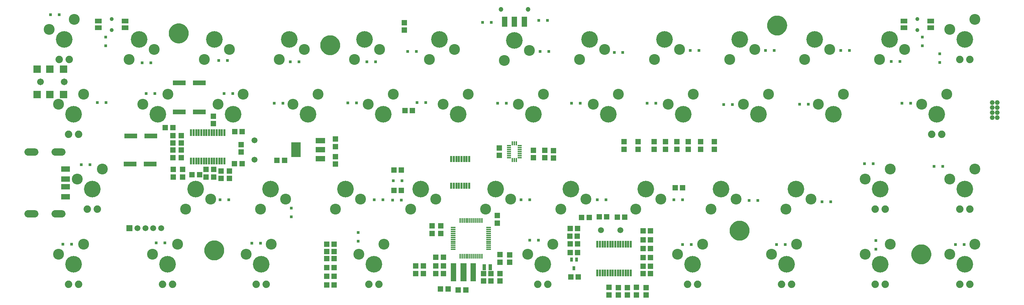
<source format=gbs>
G75*
%MOIN*%
%OFA0B0*%
%FSLAX25Y25*%
%IPPOS*%
%LPD*%
%AMOC8*
5,1,8,0,0,1.08239X$1,22.5*
%
%ADD10R,0.02769X0.02769*%
%ADD11C,0.10800*%
%ADD12C,0.16550*%
%ADD13C,0.07400*%
%ADD14R,0.05800X0.05300*%
%ADD15R,0.05300X0.05800*%
%ADD16R,0.01587X0.04737*%
%ADD17R,0.04737X0.01587*%
%ADD18R,0.03556X0.06312*%
%ADD19R,0.05524X0.18123*%
%ADD20R,0.06312X0.18123*%
%ADD21R,0.02375X0.06706*%
%ADD22C,0.05950*%
%ADD23R,0.09600X0.05600*%
%ADD24R,0.09461X0.14973*%
%ADD25R,0.05950X0.05950*%
%ADD26R,0.12611X0.04737*%
%ADD27C,0.06706*%
%ADD28R,0.07493X0.07493*%
%ADD29C,0.07400*%
%ADD30R,0.08674X0.05524*%
%ADD31R,0.04245X0.01784*%
%ADD32R,0.01784X0.04245*%
%ADD33R,0.06902X0.04737*%
%ADD34C,0.03950*%
%ADD35C,0.04737*%
%ADD36R,0.05524X0.10446*%
%ADD37C,0.04769*%
%ADD38C,0.09068*%
%ADD39C,0.04000*%
%ADD40C,0.07874*%
%ADD41R,0.02375X0.06312*%
%ADD42R,0.02769X0.03950*%
D10*
X0047008Y0066842D03*
X0055669Y0066842D03*
X0140069Y0068092D03*
X0148730Y0068092D03*
X0235413Y0067748D03*
X0244075Y0067748D03*
X0274789Y0094141D03*
X0274789Y0102803D03*
X0212175Y0111006D03*
X0203514Y0111006D03*
X0073999Y0145950D03*
X0065337Y0145950D03*
X0081470Y0208260D03*
X0090131Y0208260D03*
X0130020Y0216960D03*
X0138681Y0216960D03*
X0207520Y0216960D03*
X0216181Y0216960D03*
X0257569Y0207423D03*
X0266230Y0207423D03*
X0330856Y0207718D03*
X0339518Y0207718D03*
X0399964Y0208211D03*
X0408626Y0208211D03*
X0480364Y0207561D03*
X0489026Y0207561D03*
X0554114Y0207561D03*
X0562776Y0207561D03*
X0629311Y0207384D03*
X0637972Y0207384D03*
X0705561Y0206134D03*
X0714222Y0206134D03*
X0781181Y0206567D03*
X0789843Y0206567D03*
X0883396Y0207462D03*
X0892057Y0207462D03*
X0881486Y0249264D03*
X0872825Y0249264D03*
X0903600Y0264636D03*
X0920998Y0256798D03*
X0920998Y0248136D03*
X0903600Y0273297D03*
X0830925Y0260120D03*
X0822264Y0260120D03*
X0755925Y0260120D03*
X0747264Y0260120D03*
X0680925Y0260120D03*
X0672264Y0260120D03*
X0605157Y0257974D03*
X0596496Y0257974D03*
X0531407Y0259224D03*
X0522746Y0259224D03*
X0474131Y0288167D03*
X0465469Y0288167D03*
X0521219Y0290267D03*
X0529881Y0290267D03*
X0399354Y0259159D03*
X0390693Y0259159D03*
X0358504Y0248909D03*
X0349843Y0248909D03*
X0282254Y0248909D03*
X0273593Y0248909D03*
X0211004Y0250159D03*
X0202343Y0250159D03*
X0134754Y0247659D03*
X0126093Y0247659D03*
X0089600Y0264836D03*
X0089600Y0273497D03*
X0043444Y0295751D03*
X0034782Y0295751D03*
X0376269Y0129967D03*
X0384931Y0129967D03*
X0384486Y0110678D03*
X0375825Y0110678D03*
X0365925Y0111006D03*
X0357264Y0111006D03*
X0341449Y0078331D03*
X0341449Y0069670D03*
X0503514Y0111006D03*
X0512175Y0111006D03*
X0579764Y0111006D03*
X0588425Y0111006D03*
X0656014Y0111006D03*
X0664675Y0111006D03*
X0731102Y0110454D03*
X0739764Y0110454D03*
X0803602Y0109204D03*
X0812264Y0109204D03*
X0915336Y0144479D03*
X0923998Y0144479D03*
X0854664Y0147004D03*
X0846002Y0147004D03*
X0857372Y0070514D03*
X0857372Y0061852D03*
X0936742Y0066488D03*
X0945404Y0066488D03*
X0767116Y0066517D03*
X0758455Y0066517D03*
X0673465Y0066517D03*
X0664803Y0066517D03*
X0521075Y0070698D03*
X0512413Y0070698D03*
D11*
X0535177Y0066842D03*
X0510177Y0056842D03*
X0543228Y0101645D03*
X0568228Y0111645D03*
X0618031Y0101645D03*
X0643031Y0111645D03*
X0692835Y0101645D03*
X0717835Y0111645D03*
X0767638Y0101645D03*
X0792638Y0111645D03*
X0846791Y0131645D03*
X0871791Y0141645D03*
X0930945Y0131645D03*
X0955945Y0141645D03*
X0902894Y0206449D03*
X0927894Y0216449D03*
X0861142Y0251252D03*
X0886142Y0261252D03*
X0930945Y0281252D03*
X0955945Y0291252D03*
X0811339Y0261252D03*
X0786339Y0251252D03*
X0736535Y0261252D03*
X0711535Y0251252D03*
X0661732Y0261252D03*
X0636732Y0251252D03*
X0586929Y0261252D03*
X0561929Y0251252D03*
X0512126Y0260267D03*
X0487126Y0250267D03*
X0437323Y0261252D03*
X0412323Y0251252D03*
X0362520Y0261252D03*
X0337520Y0251252D03*
X0287717Y0261252D03*
X0262717Y0251252D03*
X0212913Y0261252D03*
X0187913Y0251252D03*
X0138110Y0261252D03*
X0113110Y0251252D03*
X0033307Y0281252D03*
X0058307Y0291252D03*
X0067657Y0216449D03*
X0042657Y0206449D03*
X0126811Y0206449D03*
X0151811Y0216449D03*
X0201614Y0206449D03*
X0226614Y0216449D03*
X0276417Y0206449D03*
X0301417Y0216449D03*
X0351220Y0206449D03*
X0376220Y0216449D03*
X0426024Y0206449D03*
X0451024Y0216449D03*
X0500827Y0206449D03*
X0525827Y0216449D03*
X0575630Y0206449D03*
X0600630Y0216449D03*
X0650433Y0206449D03*
X0675433Y0216449D03*
X0725236Y0206449D03*
X0750236Y0216449D03*
X0800039Y0206449D03*
X0825039Y0216449D03*
X0493425Y0111645D03*
X0468425Y0101645D03*
X0418622Y0111645D03*
X0393622Y0101645D03*
X0343819Y0111645D03*
X0318819Y0101645D03*
X0269016Y0111645D03*
X0244016Y0101645D03*
X0194213Y0111645D03*
X0169213Y0101645D03*
X0161161Y0066842D03*
X0136161Y0056842D03*
X0067657Y0066842D03*
X0042657Y0056842D03*
X0229665Y0056842D03*
X0254665Y0066842D03*
X0341870Y0056842D03*
X0366870Y0066842D03*
X0086358Y0141645D03*
X0061358Y0131645D03*
X0659783Y0056842D03*
X0684783Y0066842D03*
X0753287Y0056842D03*
X0778287Y0066842D03*
X0846791Y0056842D03*
X0871791Y0066842D03*
X0930945Y0056842D03*
X0955945Y0066842D03*
D12*
X0945945Y0046842D03*
X0861791Y0046842D03*
X0768287Y0046842D03*
X0674783Y0046842D03*
X0525177Y0046842D03*
X0356870Y0046842D03*
X0244665Y0046842D03*
X0151161Y0046842D03*
X0057657Y0046842D03*
X0076358Y0121645D03*
X0179213Y0121645D03*
X0254016Y0121645D03*
X0328819Y0121645D03*
X0403622Y0121645D03*
X0478425Y0121645D03*
X0553228Y0121645D03*
X0628031Y0121645D03*
X0702835Y0121645D03*
X0777638Y0121645D03*
X0861791Y0121645D03*
X0945945Y0121645D03*
X0917894Y0196449D03*
X0815039Y0196449D03*
X0740236Y0196449D03*
X0665433Y0196449D03*
X0590630Y0196449D03*
X0515827Y0196449D03*
X0441024Y0196449D03*
X0366220Y0196449D03*
X0291417Y0196449D03*
X0216614Y0196449D03*
X0141811Y0196449D03*
X0057657Y0196449D03*
X0048307Y0271252D03*
X0123110Y0271252D03*
X0197913Y0271252D03*
X0272717Y0271252D03*
X0347520Y0271252D03*
X0422323Y0271252D03*
X0497126Y0270267D03*
X0571929Y0271252D03*
X0646732Y0271252D03*
X0721535Y0271252D03*
X0796339Y0271252D03*
X0871142Y0271252D03*
X0945945Y0271252D03*
D13*
X0052657Y0026842D03*
X0062657Y0026842D03*
X0146161Y0026842D03*
X0156161Y0026842D03*
X0239665Y0026842D03*
X0249665Y0026842D03*
X0351870Y0026842D03*
X0361870Y0026842D03*
X0520177Y0026842D03*
X0530177Y0026842D03*
X0669783Y0026842D03*
X0679783Y0026842D03*
X0763287Y0026842D03*
X0773287Y0026842D03*
X0856791Y0026842D03*
X0866791Y0026842D03*
X0940945Y0026842D03*
X0950945Y0026842D03*
X0950945Y0101645D03*
X0940945Y0101645D03*
X0866791Y0101645D03*
X0856791Y0101645D03*
X0912894Y0176449D03*
X0922894Y0176449D03*
X0940945Y0251252D03*
X0950945Y0251252D03*
X0081358Y0101645D03*
X0071358Y0101645D03*
X0062657Y0176449D03*
X0052657Y0176449D03*
X0053307Y0251252D03*
X0043307Y0251252D03*
D14*
X0196850Y0194567D03*
X0196850Y0187067D03*
X0165050Y0175267D03*
X0156650Y0175267D03*
X0156650Y0167767D03*
X0165050Y0167767D03*
X0165050Y0160717D03*
X0156650Y0160717D03*
X0156650Y0153217D03*
X0165050Y0153217D03*
X0166200Y0141417D03*
X0157100Y0141417D03*
X0157100Y0133917D03*
X0166200Y0133917D03*
X0189800Y0133917D03*
X0197300Y0133917D03*
X0204800Y0132317D03*
X0212850Y0132317D03*
X0212850Y0139817D03*
X0204800Y0139817D03*
X0197300Y0141417D03*
X0189800Y0141417D03*
X0224600Y0158617D03*
X0224600Y0166117D03*
X0318600Y0164217D03*
X0318600Y0171717D03*
X0318600Y0154117D03*
X0318600Y0146617D03*
X0482100Y0155317D03*
X0482100Y0162817D03*
X0515950Y0160517D03*
X0527350Y0160517D03*
X0535950Y0160167D03*
X0527350Y0153017D03*
X0535950Y0152667D03*
X0515950Y0153017D03*
X0606450Y0161567D03*
X0606450Y0169067D03*
X0620200Y0169067D03*
X0636450Y0169067D03*
X0636450Y0161567D03*
X0620200Y0161567D03*
X0647700Y0161567D03*
X0658950Y0161567D03*
X0670200Y0161567D03*
X0682700Y0161567D03*
X0696450Y0161567D03*
X0696450Y0169067D03*
X0682700Y0169067D03*
X0670200Y0169067D03*
X0658950Y0169067D03*
X0647700Y0169067D03*
X0479850Y0095367D03*
X0479850Y0087867D03*
X0423750Y0085067D03*
X0415000Y0085067D03*
X0415000Y0077567D03*
X0423750Y0077567D03*
X0482500Y0056317D03*
X0492300Y0056267D03*
X0492300Y0048767D03*
X0482500Y0048817D03*
X0482500Y0037567D03*
X0473750Y0037567D03*
X0466250Y0037567D03*
X0466250Y0030067D03*
X0473750Y0030067D03*
X0482500Y0030067D03*
X0591200Y0023717D03*
X0600800Y0023517D03*
X0609600Y0023517D03*
X0618800Y0023717D03*
X0628200Y0023517D03*
X0628200Y0016017D03*
X0618800Y0016217D03*
X0609600Y0016017D03*
X0600800Y0016017D03*
X0591200Y0016217D03*
X0387300Y0280417D03*
X0387300Y0287917D03*
D15*
X0387950Y0200167D03*
X0395450Y0200167D03*
X0267950Y0150567D03*
X0260450Y0150567D03*
X0225550Y0146967D03*
X0218050Y0146967D03*
X0183250Y0136067D03*
X0175750Y0136067D03*
X0218200Y0179017D03*
X0225700Y0179017D03*
X0156500Y0183067D03*
X0149000Y0183067D03*
X0376850Y0140767D03*
X0384350Y0140767D03*
X0384350Y0120367D03*
X0376850Y0120367D03*
X0317350Y0066767D03*
X0309850Y0066767D03*
X0309850Y0059567D03*
X0317350Y0059567D03*
X0317350Y0052367D03*
X0309850Y0052367D03*
X0309850Y0043567D03*
X0317350Y0043567D03*
X0317350Y0034767D03*
X0309850Y0034767D03*
X0309850Y0025967D03*
X0317350Y0025967D03*
X0398750Y0037567D03*
X0406250Y0037567D03*
X0406250Y0045067D03*
X0398750Y0045067D03*
X0418750Y0045067D03*
X0426250Y0045067D03*
X0426250Y0037567D03*
X0418750Y0037567D03*
X0418750Y0053817D03*
X0426250Y0053817D03*
X0423450Y0021967D03*
X0430950Y0021967D03*
X0441050Y0021167D03*
X0448550Y0021167D03*
X0553250Y0033967D03*
X0560750Y0033967D03*
X0625250Y0037567D03*
X0632750Y0037567D03*
X0632750Y0044767D03*
X0625250Y0044767D03*
X0625250Y0053567D03*
X0632750Y0053567D03*
X0632750Y0062367D03*
X0625250Y0062367D03*
X0625250Y0071167D03*
X0632750Y0071167D03*
X0632750Y0079967D03*
X0625250Y0079967D03*
X0607150Y0093767D03*
X0599650Y0093767D03*
X0589150Y0094167D03*
X0581650Y0094167D03*
X0571550Y0093567D03*
X0564050Y0093567D03*
X0560150Y0082517D03*
X0552650Y0082517D03*
X0552300Y0074917D03*
X0559800Y0074917D03*
X0560150Y0066967D03*
X0552650Y0066967D03*
X0552650Y0058567D03*
X0560150Y0058567D03*
X0657200Y0122967D03*
X0664700Y0122967D03*
D16*
X0464577Y0090283D03*
X0462608Y0090283D03*
X0460640Y0090283D03*
X0458671Y0090283D03*
X0456703Y0090283D03*
X0454734Y0090283D03*
X0452766Y0090283D03*
X0450797Y0090283D03*
X0448829Y0090283D03*
X0446860Y0090283D03*
X0444892Y0090283D03*
X0442923Y0090283D03*
X0442923Y0054850D03*
X0444892Y0054850D03*
X0446860Y0054850D03*
X0448829Y0054850D03*
X0450797Y0054850D03*
X0452766Y0054850D03*
X0454734Y0054850D03*
X0456703Y0054850D03*
X0458671Y0054850D03*
X0460640Y0054850D03*
X0462608Y0054850D03*
X0464577Y0054850D03*
D17*
X0471467Y0061740D03*
X0471467Y0063708D03*
X0471467Y0065677D03*
X0471467Y0067645D03*
X0471467Y0069614D03*
X0471467Y0071582D03*
X0471467Y0073551D03*
X0471467Y0075519D03*
X0471467Y0077488D03*
X0471467Y0079456D03*
X0471467Y0081425D03*
X0471467Y0083393D03*
X0436033Y0083393D03*
X0436033Y0081425D03*
X0436033Y0079456D03*
X0436033Y0077488D03*
X0436033Y0075519D03*
X0436033Y0073551D03*
X0436033Y0071582D03*
X0436033Y0069614D03*
X0436033Y0067645D03*
X0436033Y0065677D03*
X0436033Y0063708D03*
X0436033Y0061740D03*
D18*
X0467047Y0043817D03*
X0472953Y0043817D03*
D19*
X0456093Y0038817D03*
X0436407Y0038817D03*
D20*
X0446250Y0038817D03*
D21*
X0579766Y0038095D03*
X0582325Y0038095D03*
X0584884Y0038095D03*
X0587443Y0038095D03*
X0590002Y0038095D03*
X0592561Y0038095D03*
X0595120Y0038095D03*
X0597680Y0038095D03*
X0600239Y0038095D03*
X0602798Y0038095D03*
X0605357Y0038095D03*
X0607916Y0038095D03*
X0610475Y0038095D03*
X0613034Y0038095D03*
X0613034Y0066638D03*
X0610475Y0066638D03*
X0607916Y0066638D03*
X0605357Y0066638D03*
X0602798Y0066638D03*
X0600239Y0066638D03*
X0597680Y0066638D03*
X0595120Y0066638D03*
X0592561Y0066638D03*
X0590002Y0066638D03*
X0587443Y0066638D03*
X0584884Y0066638D03*
X0582325Y0066638D03*
X0579766Y0066638D03*
X0208034Y0149695D03*
X0205475Y0149695D03*
X0202916Y0149695D03*
X0200357Y0149695D03*
X0197798Y0149695D03*
X0195239Y0149695D03*
X0192680Y0149695D03*
X0190120Y0149695D03*
X0187561Y0149695D03*
X0185002Y0149695D03*
X0182443Y0149695D03*
X0179884Y0149695D03*
X0177325Y0149695D03*
X0174766Y0149695D03*
X0174766Y0178238D03*
X0177325Y0178238D03*
X0179884Y0178238D03*
X0182443Y0178238D03*
X0185002Y0178238D03*
X0187561Y0178238D03*
X0190120Y0178238D03*
X0192680Y0178238D03*
X0195239Y0178238D03*
X0197798Y0178238D03*
X0200357Y0178238D03*
X0202916Y0178238D03*
X0205475Y0178238D03*
X0208034Y0178238D03*
D22*
X0237850Y0170373D03*
X0237850Y0151160D03*
X0144948Y0082767D03*
X0137074Y0082767D03*
X0129200Y0082767D03*
X0121326Y0082767D03*
X0583394Y0080767D03*
X0602606Y0080767D03*
D23*
X0303600Y0152067D03*
X0303600Y0161167D03*
X0303600Y0170267D03*
D24*
X0279199Y0161167D03*
D25*
X0113452Y0082767D03*
D26*
X0113900Y0146617D03*
X0133900Y0146617D03*
X0134800Y0174817D03*
X0114800Y0174817D03*
X0162950Y0198767D03*
X0182950Y0198767D03*
X0183000Y0227767D03*
X0163000Y0227767D03*
D27*
X0048172Y0228717D03*
X0024550Y0228717D03*
D28*
X0021400Y0241315D03*
X0033999Y0241315D03*
X0047778Y0241315D03*
X0047778Y0216118D03*
X0033999Y0216118D03*
X0021400Y0216118D03*
D29*
X0018930Y0158879D02*
X0012330Y0158879D01*
X0039456Y0158879D02*
X0046056Y0158879D01*
X0046056Y0097068D02*
X0039456Y0097068D01*
X0018930Y0097068D02*
X0012330Y0097068D01*
D30*
X0049764Y0114194D03*
X0049764Y0124037D03*
X0049764Y0131911D03*
X0049764Y0141753D03*
D31*
X0491762Y0153141D03*
X0491762Y0155110D03*
X0491762Y0157078D03*
X0491762Y0159047D03*
X0491762Y0161015D03*
X0491762Y0162984D03*
X0491762Y0164952D03*
X0502490Y0164952D03*
X0502490Y0162984D03*
X0502490Y0161015D03*
X0502490Y0159047D03*
X0502490Y0157078D03*
X0502490Y0155110D03*
X0502490Y0153141D03*
D32*
X0499094Y0150730D03*
X0497126Y0150730D03*
X0495157Y0150730D03*
X0495157Y0167364D03*
X0497126Y0167364D03*
X0499094Y0167364D03*
D33*
X0885315Y0282669D03*
X0885315Y0289362D03*
X0912087Y0289362D03*
X0912087Y0282669D03*
X0108937Y0282669D03*
X0108937Y0289362D03*
X0082165Y0289362D03*
X0082165Y0282669D03*
D34*
X0095551Y0280602D03*
X0095551Y0291429D03*
X0898701Y0291429D03*
X0898701Y0280602D03*
D35*
X0510512Y0301017D03*
X0483740Y0301017D03*
D36*
X0487283Y0288910D03*
X0497126Y0288910D03*
X0506969Y0288910D03*
D37*
X0973300Y0208167D03*
X0978300Y0208167D03*
X0978300Y0203167D03*
X0973300Y0203167D03*
X0973300Y0198167D03*
X0978300Y0198167D03*
X0978300Y0193167D03*
X0973300Y0193167D03*
D38*
X0758937Y0285031D03*
X0313455Y0265346D03*
X0162480Y0277157D03*
X0721535Y0080307D03*
X0902638Y0056685D03*
X0197913Y0060622D03*
D39*
X0204813Y0060522D03*
X0202913Y0055622D03*
X0197713Y0053622D03*
X0192913Y0055722D03*
X0190913Y0060622D03*
X0193013Y0065422D03*
X0198113Y0067522D03*
X0202913Y0065622D03*
X0714535Y0080307D03*
X0716535Y0075407D03*
X0721335Y0073307D03*
X0726535Y0075307D03*
X0728435Y0080207D03*
X0726535Y0085307D03*
X0721735Y0087207D03*
X0716635Y0085107D03*
X0895638Y0056685D03*
X0897638Y0051785D03*
X0902438Y0049685D03*
X0907638Y0051685D03*
X0909538Y0056585D03*
X0907638Y0061685D03*
X0902838Y0063585D03*
X0897738Y0061485D03*
X0318455Y0260346D03*
X0313255Y0258346D03*
X0308455Y0260446D03*
X0306455Y0265346D03*
X0308555Y0270146D03*
X0313655Y0272246D03*
X0318455Y0270346D03*
X0320355Y0265246D03*
X0169380Y0277057D03*
X0167480Y0272157D03*
X0162280Y0270157D03*
X0157480Y0272257D03*
X0155480Y0277157D03*
X0157580Y0281957D03*
X0162680Y0284057D03*
X0167480Y0282157D03*
X0751937Y0285031D03*
X0753937Y0280131D03*
X0758737Y0278031D03*
X0763937Y0280031D03*
X0765837Y0284931D03*
X0763937Y0290031D03*
X0759137Y0291931D03*
X0754037Y0289831D03*
D40*
X0753031Y0285031D02*
X0753033Y0285184D01*
X0753039Y0285338D01*
X0753049Y0285491D01*
X0753063Y0285643D01*
X0753081Y0285796D01*
X0753103Y0285947D01*
X0753128Y0286098D01*
X0753158Y0286249D01*
X0753192Y0286399D01*
X0753229Y0286547D01*
X0753270Y0286695D01*
X0753315Y0286841D01*
X0753364Y0286987D01*
X0753417Y0287131D01*
X0753473Y0287273D01*
X0753533Y0287414D01*
X0753597Y0287554D01*
X0753664Y0287692D01*
X0753735Y0287828D01*
X0753810Y0287962D01*
X0753887Y0288094D01*
X0753969Y0288224D01*
X0754053Y0288352D01*
X0754141Y0288478D01*
X0754232Y0288601D01*
X0754326Y0288722D01*
X0754424Y0288840D01*
X0754524Y0288956D01*
X0754628Y0289069D01*
X0754734Y0289180D01*
X0754843Y0289288D01*
X0754955Y0289393D01*
X0755069Y0289494D01*
X0755187Y0289593D01*
X0755306Y0289689D01*
X0755428Y0289782D01*
X0755553Y0289871D01*
X0755680Y0289958D01*
X0755809Y0290040D01*
X0755940Y0290120D01*
X0756073Y0290196D01*
X0756208Y0290269D01*
X0756345Y0290338D01*
X0756484Y0290403D01*
X0756624Y0290465D01*
X0756766Y0290523D01*
X0756909Y0290578D01*
X0757054Y0290629D01*
X0757200Y0290676D01*
X0757347Y0290719D01*
X0757495Y0290758D01*
X0757644Y0290794D01*
X0757794Y0290825D01*
X0757945Y0290853D01*
X0758096Y0290877D01*
X0758249Y0290897D01*
X0758401Y0290913D01*
X0758554Y0290925D01*
X0758707Y0290933D01*
X0758860Y0290937D01*
X0759014Y0290937D01*
X0759167Y0290933D01*
X0759320Y0290925D01*
X0759473Y0290913D01*
X0759625Y0290897D01*
X0759778Y0290877D01*
X0759929Y0290853D01*
X0760080Y0290825D01*
X0760230Y0290794D01*
X0760379Y0290758D01*
X0760527Y0290719D01*
X0760674Y0290676D01*
X0760820Y0290629D01*
X0760965Y0290578D01*
X0761108Y0290523D01*
X0761250Y0290465D01*
X0761390Y0290403D01*
X0761529Y0290338D01*
X0761666Y0290269D01*
X0761801Y0290196D01*
X0761934Y0290120D01*
X0762065Y0290040D01*
X0762194Y0289958D01*
X0762321Y0289871D01*
X0762446Y0289782D01*
X0762568Y0289689D01*
X0762687Y0289593D01*
X0762805Y0289494D01*
X0762919Y0289393D01*
X0763031Y0289288D01*
X0763140Y0289180D01*
X0763246Y0289069D01*
X0763350Y0288956D01*
X0763450Y0288840D01*
X0763548Y0288722D01*
X0763642Y0288601D01*
X0763733Y0288478D01*
X0763821Y0288352D01*
X0763905Y0288224D01*
X0763987Y0288094D01*
X0764064Y0287962D01*
X0764139Y0287828D01*
X0764210Y0287692D01*
X0764277Y0287554D01*
X0764341Y0287414D01*
X0764401Y0287273D01*
X0764457Y0287131D01*
X0764510Y0286987D01*
X0764559Y0286841D01*
X0764604Y0286695D01*
X0764645Y0286547D01*
X0764682Y0286399D01*
X0764716Y0286249D01*
X0764746Y0286098D01*
X0764771Y0285947D01*
X0764793Y0285796D01*
X0764811Y0285643D01*
X0764825Y0285491D01*
X0764835Y0285338D01*
X0764841Y0285184D01*
X0764843Y0285031D01*
X0764841Y0284878D01*
X0764835Y0284724D01*
X0764825Y0284571D01*
X0764811Y0284419D01*
X0764793Y0284266D01*
X0764771Y0284115D01*
X0764746Y0283964D01*
X0764716Y0283813D01*
X0764682Y0283663D01*
X0764645Y0283515D01*
X0764604Y0283367D01*
X0764559Y0283221D01*
X0764510Y0283075D01*
X0764457Y0282931D01*
X0764401Y0282789D01*
X0764341Y0282648D01*
X0764277Y0282508D01*
X0764210Y0282370D01*
X0764139Y0282234D01*
X0764064Y0282100D01*
X0763987Y0281968D01*
X0763905Y0281838D01*
X0763821Y0281710D01*
X0763733Y0281584D01*
X0763642Y0281461D01*
X0763548Y0281340D01*
X0763450Y0281222D01*
X0763350Y0281106D01*
X0763246Y0280993D01*
X0763140Y0280882D01*
X0763031Y0280774D01*
X0762919Y0280669D01*
X0762805Y0280568D01*
X0762687Y0280469D01*
X0762568Y0280373D01*
X0762446Y0280280D01*
X0762321Y0280191D01*
X0762194Y0280104D01*
X0762065Y0280022D01*
X0761934Y0279942D01*
X0761801Y0279866D01*
X0761666Y0279793D01*
X0761529Y0279724D01*
X0761390Y0279659D01*
X0761250Y0279597D01*
X0761108Y0279539D01*
X0760965Y0279484D01*
X0760820Y0279433D01*
X0760674Y0279386D01*
X0760527Y0279343D01*
X0760379Y0279304D01*
X0760230Y0279268D01*
X0760080Y0279237D01*
X0759929Y0279209D01*
X0759778Y0279185D01*
X0759625Y0279165D01*
X0759473Y0279149D01*
X0759320Y0279137D01*
X0759167Y0279129D01*
X0759014Y0279125D01*
X0758860Y0279125D01*
X0758707Y0279129D01*
X0758554Y0279137D01*
X0758401Y0279149D01*
X0758249Y0279165D01*
X0758096Y0279185D01*
X0757945Y0279209D01*
X0757794Y0279237D01*
X0757644Y0279268D01*
X0757495Y0279304D01*
X0757347Y0279343D01*
X0757200Y0279386D01*
X0757054Y0279433D01*
X0756909Y0279484D01*
X0756766Y0279539D01*
X0756624Y0279597D01*
X0756484Y0279659D01*
X0756345Y0279724D01*
X0756208Y0279793D01*
X0756073Y0279866D01*
X0755940Y0279942D01*
X0755809Y0280022D01*
X0755680Y0280104D01*
X0755553Y0280191D01*
X0755428Y0280280D01*
X0755306Y0280373D01*
X0755187Y0280469D01*
X0755069Y0280568D01*
X0754955Y0280669D01*
X0754843Y0280774D01*
X0754734Y0280882D01*
X0754628Y0280993D01*
X0754524Y0281106D01*
X0754424Y0281222D01*
X0754326Y0281340D01*
X0754232Y0281461D01*
X0754141Y0281584D01*
X0754053Y0281710D01*
X0753969Y0281838D01*
X0753887Y0281968D01*
X0753810Y0282100D01*
X0753735Y0282234D01*
X0753664Y0282370D01*
X0753597Y0282508D01*
X0753533Y0282648D01*
X0753473Y0282789D01*
X0753417Y0282931D01*
X0753364Y0283075D01*
X0753315Y0283221D01*
X0753270Y0283367D01*
X0753229Y0283515D01*
X0753192Y0283663D01*
X0753158Y0283813D01*
X0753128Y0283964D01*
X0753103Y0284115D01*
X0753081Y0284266D01*
X0753063Y0284419D01*
X0753049Y0284571D01*
X0753039Y0284724D01*
X0753033Y0284878D01*
X0753031Y0285031D01*
X0307549Y0265346D02*
X0307551Y0265499D01*
X0307557Y0265653D01*
X0307567Y0265806D01*
X0307581Y0265958D01*
X0307599Y0266111D01*
X0307621Y0266262D01*
X0307646Y0266413D01*
X0307676Y0266564D01*
X0307710Y0266714D01*
X0307747Y0266862D01*
X0307788Y0267010D01*
X0307833Y0267156D01*
X0307882Y0267302D01*
X0307935Y0267446D01*
X0307991Y0267588D01*
X0308051Y0267729D01*
X0308115Y0267869D01*
X0308182Y0268007D01*
X0308253Y0268143D01*
X0308328Y0268277D01*
X0308405Y0268409D01*
X0308487Y0268539D01*
X0308571Y0268667D01*
X0308659Y0268793D01*
X0308750Y0268916D01*
X0308844Y0269037D01*
X0308942Y0269155D01*
X0309042Y0269271D01*
X0309146Y0269384D01*
X0309252Y0269495D01*
X0309361Y0269603D01*
X0309473Y0269708D01*
X0309587Y0269809D01*
X0309705Y0269908D01*
X0309824Y0270004D01*
X0309946Y0270097D01*
X0310071Y0270186D01*
X0310198Y0270273D01*
X0310327Y0270355D01*
X0310458Y0270435D01*
X0310591Y0270511D01*
X0310726Y0270584D01*
X0310863Y0270653D01*
X0311002Y0270718D01*
X0311142Y0270780D01*
X0311284Y0270838D01*
X0311427Y0270893D01*
X0311572Y0270944D01*
X0311718Y0270991D01*
X0311865Y0271034D01*
X0312013Y0271073D01*
X0312162Y0271109D01*
X0312312Y0271140D01*
X0312463Y0271168D01*
X0312614Y0271192D01*
X0312767Y0271212D01*
X0312919Y0271228D01*
X0313072Y0271240D01*
X0313225Y0271248D01*
X0313378Y0271252D01*
X0313532Y0271252D01*
X0313685Y0271248D01*
X0313838Y0271240D01*
X0313991Y0271228D01*
X0314143Y0271212D01*
X0314296Y0271192D01*
X0314447Y0271168D01*
X0314598Y0271140D01*
X0314748Y0271109D01*
X0314897Y0271073D01*
X0315045Y0271034D01*
X0315192Y0270991D01*
X0315338Y0270944D01*
X0315483Y0270893D01*
X0315626Y0270838D01*
X0315768Y0270780D01*
X0315908Y0270718D01*
X0316047Y0270653D01*
X0316184Y0270584D01*
X0316319Y0270511D01*
X0316452Y0270435D01*
X0316583Y0270355D01*
X0316712Y0270273D01*
X0316839Y0270186D01*
X0316964Y0270097D01*
X0317086Y0270004D01*
X0317205Y0269908D01*
X0317323Y0269809D01*
X0317437Y0269708D01*
X0317549Y0269603D01*
X0317658Y0269495D01*
X0317764Y0269384D01*
X0317868Y0269271D01*
X0317968Y0269155D01*
X0318066Y0269037D01*
X0318160Y0268916D01*
X0318251Y0268793D01*
X0318339Y0268667D01*
X0318423Y0268539D01*
X0318505Y0268409D01*
X0318582Y0268277D01*
X0318657Y0268143D01*
X0318728Y0268007D01*
X0318795Y0267869D01*
X0318859Y0267729D01*
X0318919Y0267588D01*
X0318975Y0267446D01*
X0319028Y0267302D01*
X0319077Y0267156D01*
X0319122Y0267010D01*
X0319163Y0266862D01*
X0319200Y0266714D01*
X0319234Y0266564D01*
X0319264Y0266413D01*
X0319289Y0266262D01*
X0319311Y0266111D01*
X0319329Y0265958D01*
X0319343Y0265806D01*
X0319353Y0265653D01*
X0319359Y0265499D01*
X0319361Y0265346D01*
X0319359Y0265193D01*
X0319353Y0265039D01*
X0319343Y0264886D01*
X0319329Y0264734D01*
X0319311Y0264581D01*
X0319289Y0264430D01*
X0319264Y0264279D01*
X0319234Y0264128D01*
X0319200Y0263978D01*
X0319163Y0263830D01*
X0319122Y0263682D01*
X0319077Y0263536D01*
X0319028Y0263390D01*
X0318975Y0263246D01*
X0318919Y0263104D01*
X0318859Y0262963D01*
X0318795Y0262823D01*
X0318728Y0262685D01*
X0318657Y0262549D01*
X0318582Y0262415D01*
X0318505Y0262283D01*
X0318423Y0262153D01*
X0318339Y0262025D01*
X0318251Y0261899D01*
X0318160Y0261776D01*
X0318066Y0261655D01*
X0317968Y0261537D01*
X0317868Y0261421D01*
X0317764Y0261308D01*
X0317658Y0261197D01*
X0317549Y0261089D01*
X0317437Y0260984D01*
X0317323Y0260883D01*
X0317205Y0260784D01*
X0317086Y0260688D01*
X0316964Y0260595D01*
X0316839Y0260506D01*
X0316712Y0260419D01*
X0316583Y0260337D01*
X0316452Y0260257D01*
X0316319Y0260181D01*
X0316184Y0260108D01*
X0316047Y0260039D01*
X0315908Y0259974D01*
X0315768Y0259912D01*
X0315626Y0259854D01*
X0315483Y0259799D01*
X0315338Y0259748D01*
X0315192Y0259701D01*
X0315045Y0259658D01*
X0314897Y0259619D01*
X0314748Y0259583D01*
X0314598Y0259552D01*
X0314447Y0259524D01*
X0314296Y0259500D01*
X0314143Y0259480D01*
X0313991Y0259464D01*
X0313838Y0259452D01*
X0313685Y0259444D01*
X0313532Y0259440D01*
X0313378Y0259440D01*
X0313225Y0259444D01*
X0313072Y0259452D01*
X0312919Y0259464D01*
X0312767Y0259480D01*
X0312614Y0259500D01*
X0312463Y0259524D01*
X0312312Y0259552D01*
X0312162Y0259583D01*
X0312013Y0259619D01*
X0311865Y0259658D01*
X0311718Y0259701D01*
X0311572Y0259748D01*
X0311427Y0259799D01*
X0311284Y0259854D01*
X0311142Y0259912D01*
X0311002Y0259974D01*
X0310863Y0260039D01*
X0310726Y0260108D01*
X0310591Y0260181D01*
X0310458Y0260257D01*
X0310327Y0260337D01*
X0310198Y0260419D01*
X0310071Y0260506D01*
X0309946Y0260595D01*
X0309824Y0260688D01*
X0309705Y0260784D01*
X0309587Y0260883D01*
X0309473Y0260984D01*
X0309361Y0261089D01*
X0309252Y0261197D01*
X0309146Y0261308D01*
X0309042Y0261421D01*
X0308942Y0261537D01*
X0308844Y0261655D01*
X0308750Y0261776D01*
X0308659Y0261899D01*
X0308571Y0262025D01*
X0308487Y0262153D01*
X0308405Y0262283D01*
X0308328Y0262415D01*
X0308253Y0262549D01*
X0308182Y0262685D01*
X0308115Y0262823D01*
X0308051Y0262963D01*
X0307991Y0263104D01*
X0307935Y0263246D01*
X0307882Y0263390D01*
X0307833Y0263536D01*
X0307788Y0263682D01*
X0307747Y0263830D01*
X0307710Y0263978D01*
X0307676Y0264128D01*
X0307646Y0264279D01*
X0307621Y0264430D01*
X0307599Y0264581D01*
X0307581Y0264734D01*
X0307567Y0264886D01*
X0307557Y0265039D01*
X0307551Y0265193D01*
X0307549Y0265346D01*
X0156574Y0277157D02*
X0156576Y0277310D01*
X0156582Y0277464D01*
X0156592Y0277617D01*
X0156606Y0277769D01*
X0156624Y0277922D01*
X0156646Y0278073D01*
X0156671Y0278224D01*
X0156701Y0278375D01*
X0156735Y0278525D01*
X0156772Y0278673D01*
X0156813Y0278821D01*
X0156858Y0278967D01*
X0156907Y0279113D01*
X0156960Y0279257D01*
X0157016Y0279399D01*
X0157076Y0279540D01*
X0157140Y0279680D01*
X0157207Y0279818D01*
X0157278Y0279954D01*
X0157353Y0280088D01*
X0157430Y0280220D01*
X0157512Y0280350D01*
X0157596Y0280478D01*
X0157684Y0280604D01*
X0157775Y0280727D01*
X0157869Y0280848D01*
X0157967Y0280966D01*
X0158067Y0281082D01*
X0158171Y0281195D01*
X0158277Y0281306D01*
X0158386Y0281414D01*
X0158498Y0281519D01*
X0158612Y0281620D01*
X0158730Y0281719D01*
X0158849Y0281815D01*
X0158971Y0281908D01*
X0159096Y0281997D01*
X0159223Y0282084D01*
X0159352Y0282166D01*
X0159483Y0282246D01*
X0159616Y0282322D01*
X0159751Y0282395D01*
X0159888Y0282464D01*
X0160027Y0282529D01*
X0160167Y0282591D01*
X0160309Y0282649D01*
X0160452Y0282704D01*
X0160597Y0282755D01*
X0160743Y0282802D01*
X0160890Y0282845D01*
X0161038Y0282884D01*
X0161187Y0282920D01*
X0161337Y0282951D01*
X0161488Y0282979D01*
X0161639Y0283003D01*
X0161792Y0283023D01*
X0161944Y0283039D01*
X0162097Y0283051D01*
X0162250Y0283059D01*
X0162403Y0283063D01*
X0162557Y0283063D01*
X0162710Y0283059D01*
X0162863Y0283051D01*
X0163016Y0283039D01*
X0163168Y0283023D01*
X0163321Y0283003D01*
X0163472Y0282979D01*
X0163623Y0282951D01*
X0163773Y0282920D01*
X0163922Y0282884D01*
X0164070Y0282845D01*
X0164217Y0282802D01*
X0164363Y0282755D01*
X0164508Y0282704D01*
X0164651Y0282649D01*
X0164793Y0282591D01*
X0164933Y0282529D01*
X0165072Y0282464D01*
X0165209Y0282395D01*
X0165344Y0282322D01*
X0165477Y0282246D01*
X0165608Y0282166D01*
X0165737Y0282084D01*
X0165864Y0281997D01*
X0165989Y0281908D01*
X0166111Y0281815D01*
X0166230Y0281719D01*
X0166348Y0281620D01*
X0166462Y0281519D01*
X0166574Y0281414D01*
X0166683Y0281306D01*
X0166789Y0281195D01*
X0166893Y0281082D01*
X0166993Y0280966D01*
X0167091Y0280848D01*
X0167185Y0280727D01*
X0167276Y0280604D01*
X0167364Y0280478D01*
X0167448Y0280350D01*
X0167530Y0280220D01*
X0167607Y0280088D01*
X0167682Y0279954D01*
X0167753Y0279818D01*
X0167820Y0279680D01*
X0167884Y0279540D01*
X0167944Y0279399D01*
X0168000Y0279257D01*
X0168053Y0279113D01*
X0168102Y0278967D01*
X0168147Y0278821D01*
X0168188Y0278673D01*
X0168225Y0278525D01*
X0168259Y0278375D01*
X0168289Y0278224D01*
X0168314Y0278073D01*
X0168336Y0277922D01*
X0168354Y0277769D01*
X0168368Y0277617D01*
X0168378Y0277464D01*
X0168384Y0277310D01*
X0168386Y0277157D01*
X0168384Y0277004D01*
X0168378Y0276850D01*
X0168368Y0276697D01*
X0168354Y0276545D01*
X0168336Y0276392D01*
X0168314Y0276241D01*
X0168289Y0276090D01*
X0168259Y0275939D01*
X0168225Y0275789D01*
X0168188Y0275641D01*
X0168147Y0275493D01*
X0168102Y0275347D01*
X0168053Y0275201D01*
X0168000Y0275057D01*
X0167944Y0274915D01*
X0167884Y0274774D01*
X0167820Y0274634D01*
X0167753Y0274496D01*
X0167682Y0274360D01*
X0167607Y0274226D01*
X0167530Y0274094D01*
X0167448Y0273964D01*
X0167364Y0273836D01*
X0167276Y0273710D01*
X0167185Y0273587D01*
X0167091Y0273466D01*
X0166993Y0273348D01*
X0166893Y0273232D01*
X0166789Y0273119D01*
X0166683Y0273008D01*
X0166574Y0272900D01*
X0166462Y0272795D01*
X0166348Y0272694D01*
X0166230Y0272595D01*
X0166111Y0272499D01*
X0165989Y0272406D01*
X0165864Y0272317D01*
X0165737Y0272230D01*
X0165608Y0272148D01*
X0165477Y0272068D01*
X0165344Y0271992D01*
X0165209Y0271919D01*
X0165072Y0271850D01*
X0164933Y0271785D01*
X0164793Y0271723D01*
X0164651Y0271665D01*
X0164508Y0271610D01*
X0164363Y0271559D01*
X0164217Y0271512D01*
X0164070Y0271469D01*
X0163922Y0271430D01*
X0163773Y0271394D01*
X0163623Y0271363D01*
X0163472Y0271335D01*
X0163321Y0271311D01*
X0163168Y0271291D01*
X0163016Y0271275D01*
X0162863Y0271263D01*
X0162710Y0271255D01*
X0162557Y0271251D01*
X0162403Y0271251D01*
X0162250Y0271255D01*
X0162097Y0271263D01*
X0161944Y0271275D01*
X0161792Y0271291D01*
X0161639Y0271311D01*
X0161488Y0271335D01*
X0161337Y0271363D01*
X0161187Y0271394D01*
X0161038Y0271430D01*
X0160890Y0271469D01*
X0160743Y0271512D01*
X0160597Y0271559D01*
X0160452Y0271610D01*
X0160309Y0271665D01*
X0160167Y0271723D01*
X0160027Y0271785D01*
X0159888Y0271850D01*
X0159751Y0271919D01*
X0159616Y0271992D01*
X0159483Y0272068D01*
X0159352Y0272148D01*
X0159223Y0272230D01*
X0159096Y0272317D01*
X0158971Y0272406D01*
X0158849Y0272499D01*
X0158730Y0272595D01*
X0158612Y0272694D01*
X0158498Y0272795D01*
X0158386Y0272900D01*
X0158277Y0273008D01*
X0158171Y0273119D01*
X0158067Y0273232D01*
X0157967Y0273348D01*
X0157869Y0273466D01*
X0157775Y0273587D01*
X0157684Y0273710D01*
X0157596Y0273836D01*
X0157512Y0273964D01*
X0157430Y0274094D01*
X0157353Y0274226D01*
X0157278Y0274360D01*
X0157207Y0274496D01*
X0157140Y0274634D01*
X0157076Y0274774D01*
X0157016Y0274915D01*
X0156960Y0275057D01*
X0156907Y0275201D01*
X0156858Y0275347D01*
X0156813Y0275493D01*
X0156772Y0275641D01*
X0156735Y0275789D01*
X0156701Y0275939D01*
X0156671Y0276090D01*
X0156646Y0276241D01*
X0156624Y0276392D01*
X0156606Y0276545D01*
X0156592Y0276697D01*
X0156582Y0276850D01*
X0156576Y0277004D01*
X0156574Y0277157D01*
X0715629Y0080307D02*
X0715631Y0080460D01*
X0715637Y0080614D01*
X0715647Y0080767D01*
X0715661Y0080919D01*
X0715679Y0081072D01*
X0715701Y0081223D01*
X0715726Y0081374D01*
X0715756Y0081525D01*
X0715790Y0081675D01*
X0715827Y0081823D01*
X0715868Y0081971D01*
X0715913Y0082117D01*
X0715962Y0082263D01*
X0716015Y0082407D01*
X0716071Y0082549D01*
X0716131Y0082690D01*
X0716195Y0082830D01*
X0716262Y0082968D01*
X0716333Y0083104D01*
X0716408Y0083238D01*
X0716485Y0083370D01*
X0716567Y0083500D01*
X0716651Y0083628D01*
X0716739Y0083754D01*
X0716830Y0083877D01*
X0716924Y0083998D01*
X0717022Y0084116D01*
X0717122Y0084232D01*
X0717226Y0084345D01*
X0717332Y0084456D01*
X0717441Y0084564D01*
X0717553Y0084669D01*
X0717667Y0084770D01*
X0717785Y0084869D01*
X0717904Y0084965D01*
X0718026Y0085058D01*
X0718151Y0085147D01*
X0718278Y0085234D01*
X0718407Y0085316D01*
X0718538Y0085396D01*
X0718671Y0085472D01*
X0718806Y0085545D01*
X0718943Y0085614D01*
X0719082Y0085679D01*
X0719222Y0085741D01*
X0719364Y0085799D01*
X0719507Y0085854D01*
X0719652Y0085905D01*
X0719798Y0085952D01*
X0719945Y0085995D01*
X0720093Y0086034D01*
X0720242Y0086070D01*
X0720392Y0086101D01*
X0720543Y0086129D01*
X0720694Y0086153D01*
X0720847Y0086173D01*
X0720999Y0086189D01*
X0721152Y0086201D01*
X0721305Y0086209D01*
X0721458Y0086213D01*
X0721612Y0086213D01*
X0721765Y0086209D01*
X0721918Y0086201D01*
X0722071Y0086189D01*
X0722223Y0086173D01*
X0722376Y0086153D01*
X0722527Y0086129D01*
X0722678Y0086101D01*
X0722828Y0086070D01*
X0722977Y0086034D01*
X0723125Y0085995D01*
X0723272Y0085952D01*
X0723418Y0085905D01*
X0723563Y0085854D01*
X0723706Y0085799D01*
X0723848Y0085741D01*
X0723988Y0085679D01*
X0724127Y0085614D01*
X0724264Y0085545D01*
X0724399Y0085472D01*
X0724532Y0085396D01*
X0724663Y0085316D01*
X0724792Y0085234D01*
X0724919Y0085147D01*
X0725044Y0085058D01*
X0725166Y0084965D01*
X0725285Y0084869D01*
X0725403Y0084770D01*
X0725517Y0084669D01*
X0725629Y0084564D01*
X0725738Y0084456D01*
X0725844Y0084345D01*
X0725948Y0084232D01*
X0726048Y0084116D01*
X0726146Y0083998D01*
X0726240Y0083877D01*
X0726331Y0083754D01*
X0726419Y0083628D01*
X0726503Y0083500D01*
X0726585Y0083370D01*
X0726662Y0083238D01*
X0726737Y0083104D01*
X0726808Y0082968D01*
X0726875Y0082830D01*
X0726939Y0082690D01*
X0726999Y0082549D01*
X0727055Y0082407D01*
X0727108Y0082263D01*
X0727157Y0082117D01*
X0727202Y0081971D01*
X0727243Y0081823D01*
X0727280Y0081675D01*
X0727314Y0081525D01*
X0727344Y0081374D01*
X0727369Y0081223D01*
X0727391Y0081072D01*
X0727409Y0080919D01*
X0727423Y0080767D01*
X0727433Y0080614D01*
X0727439Y0080460D01*
X0727441Y0080307D01*
X0727439Y0080154D01*
X0727433Y0080000D01*
X0727423Y0079847D01*
X0727409Y0079695D01*
X0727391Y0079542D01*
X0727369Y0079391D01*
X0727344Y0079240D01*
X0727314Y0079089D01*
X0727280Y0078939D01*
X0727243Y0078791D01*
X0727202Y0078643D01*
X0727157Y0078497D01*
X0727108Y0078351D01*
X0727055Y0078207D01*
X0726999Y0078065D01*
X0726939Y0077924D01*
X0726875Y0077784D01*
X0726808Y0077646D01*
X0726737Y0077510D01*
X0726662Y0077376D01*
X0726585Y0077244D01*
X0726503Y0077114D01*
X0726419Y0076986D01*
X0726331Y0076860D01*
X0726240Y0076737D01*
X0726146Y0076616D01*
X0726048Y0076498D01*
X0725948Y0076382D01*
X0725844Y0076269D01*
X0725738Y0076158D01*
X0725629Y0076050D01*
X0725517Y0075945D01*
X0725403Y0075844D01*
X0725285Y0075745D01*
X0725166Y0075649D01*
X0725044Y0075556D01*
X0724919Y0075467D01*
X0724792Y0075380D01*
X0724663Y0075298D01*
X0724532Y0075218D01*
X0724399Y0075142D01*
X0724264Y0075069D01*
X0724127Y0075000D01*
X0723988Y0074935D01*
X0723848Y0074873D01*
X0723706Y0074815D01*
X0723563Y0074760D01*
X0723418Y0074709D01*
X0723272Y0074662D01*
X0723125Y0074619D01*
X0722977Y0074580D01*
X0722828Y0074544D01*
X0722678Y0074513D01*
X0722527Y0074485D01*
X0722376Y0074461D01*
X0722223Y0074441D01*
X0722071Y0074425D01*
X0721918Y0074413D01*
X0721765Y0074405D01*
X0721612Y0074401D01*
X0721458Y0074401D01*
X0721305Y0074405D01*
X0721152Y0074413D01*
X0720999Y0074425D01*
X0720847Y0074441D01*
X0720694Y0074461D01*
X0720543Y0074485D01*
X0720392Y0074513D01*
X0720242Y0074544D01*
X0720093Y0074580D01*
X0719945Y0074619D01*
X0719798Y0074662D01*
X0719652Y0074709D01*
X0719507Y0074760D01*
X0719364Y0074815D01*
X0719222Y0074873D01*
X0719082Y0074935D01*
X0718943Y0075000D01*
X0718806Y0075069D01*
X0718671Y0075142D01*
X0718538Y0075218D01*
X0718407Y0075298D01*
X0718278Y0075380D01*
X0718151Y0075467D01*
X0718026Y0075556D01*
X0717904Y0075649D01*
X0717785Y0075745D01*
X0717667Y0075844D01*
X0717553Y0075945D01*
X0717441Y0076050D01*
X0717332Y0076158D01*
X0717226Y0076269D01*
X0717122Y0076382D01*
X0717022Y0076498D01*
X0716924Y0076616D01*
X0716830Y0076737D01*
X0716739Y0076860D01*
X0716651Y0076986D01*
X0716567Y0077114D01*
X0716485Y0077244D01*
X0716408Y0077376D01*
X0716333Y0077510D01*
X0716262Y0077646D01*
X0716195Y0077784D01*
X0716131Y0077924D01*
X0716071Y0078065D01*
X0716015Y0078207D01*
X0715962Y0078351D01*
X0715913Y0078497D01*
X0715868Y0078643D01*
X0715827Y0078791D01*
X0715790Y0078939D01*
X0715756Y0079089D01*
X0715726Y0079240D01*
X0715701Y0079391D01*
X0715679Y0079542D01*
X0715661Y0079695D01*
X0715647Y0079847D01*
X0715637Y0080000D01*
X0715631Y0080154D01*
X0715629Y0080307D01*
X0896732Y0056685D02*
X0896734Y0056838D01*
X0896740Y0056992D01*
X0896750Y0057145D01*
X0896764Y0057297D01*
X0896782Y0057450D01*
X0896804Y0057601D01*
X0896829Y0057752D01*
X0896859Y0057903D01*
X0896893Y0058053D01*
X0896930Y0058201D01*
X0896971Y0058349D01*
X0897016Y0058495D01*
X0897065Y0058641D01*
X0897118Y0058785D01*
X0897174Y0058927D01*
X0897234Y0059068D01*
X0897298Y0059208D01*
X0897365Y0059346D01*
X0897436Y0059482D01*
X0897511Y0059616D01*
X0897588Y0059748D01*
X0897670Y0059878D01*
X0897754Y0060006D01*
X0897842Y0060132D01*
X0897933Y0060255D01*
X0898027Y0060376D01*
X0898125Y0060494D01*
X0898225Y0060610D01*
X0898329Y0060723D01*
X0898435Y0060834D01*
X0898544Y0060942D01*
X0898656Y0061047D01*
X0898770Y0061148D01*
X0898888Y0061247D01*
X0899007Y0061343D01*
X0899129Y0061436D01*
X0899254Y0061525D01*
X0899381Y0061612D01*
X0899510Y0061694D01*
X0899641Y0061774D01*
X0899774Y0061850D01*
X0899909Y0061923D01*
X0900046Y0061992D01*
X0900185Y0062057D01*
X0900325Y0062119D01*
X0900467Y0062177D01*
X0900610Y0062232D01*
X0900755Y0062283D01*
X0900901Y0062330D01*
X0901048Y0062373D01*
X0901196Y0062412D01*
X0901345Y0062448D01*
X0901495Y0062479D01*
X0901646Y0062507D01*
X0901797Y0062531D01*
X0901950Y0062551D01*
X0902102Y0062567D01*
X0902255Y0062579D01*
X0902408Y0062587D01*
X0902561Y0062591D01*
X0902715Y0062591D01*
X0902868Y0062587D01*
X0903021Y0062579D01*
X0903174Y0062567D01*
X0903326Y0062551D01*
X0903479Y0062531D01*
X0903630Y0062507D01*
X0903781Y0062479D01*
X0903931Y0062448D01*
X0904080Y0062412D01*
X0904228Y0062373D01*
X0904375Y0062330D01*
X0904521Y0062283D01*
X0904666Y0062232D01*
X0904809Y0062177D01*
X0904951Y0062119D01*
X0905091Y0062057D01*
X0905230Y0061992D01*
X0905367Y0061923D01*
X0905502Y0061850D01*
X0905635Y0061774D01*
X0905766Y0061694D01*
X0905895Y0061612D01*
X0906022Y0061525D01*
X0906147Y0061436D01*
X0906269Y0061343D01*
X0906388Y0061247D01*
X0906506Y0061148D01*
X0906620Y0061047D01*
X0906732Y0060942D01*
X0906841Y0060834D01*
X0906947Y0060723D01*
X0907051Y0060610D01*
X0907151Y0060494D01*
X0907249Y0060376D01*
X0907343Y0060255D01*
X0907434Y0060132D01*
X0907522Y0060006D01*
X0907606Y0059878D01*
X0907688Y0059748D01*
X0907765Y0059616D01*
X0907840Y0059482D01*
X0907911Y0059346D01*
X0907978Y0059208D01*
X0908042Y0059068D01*
X0908102Y0058927D01*
X0908158Y0058785D01*
X0908211Y0058641D01*
X0908260Y0058495D01*
X0908305Y0058349D01*
X0908346Y0058201D01*
X0908383Y0058053D01*
X0908417Y0057903D01*
X0908447Y0057752D01*
X0908472Y0057601D01*
X0908494Y0057450D01*
X0908512Y0057297D01*
X0908526Y0057145D01*
X0908536Y0056992D01*
X0908542Y0056838D01*
X0908544Y0056685D01*
X0908542Y0056532D01*
X0908536Y0056378D01*
X0908526Y0056225D01*
X0908512Y0056073D01*
X0908494Y0055920D01*
X0908472Y0055769D01*
X0908447Y0055618D01*
X0908417Y0055467D01*
X0908383Y0055317D01*
X0908346Y0055169D01*
X0908305Y0055021D01*
X0908260Y0054875D01*
X0908211Y0054729D01*
X0908158Y0054585D01*
X0908102Y0054443D01*
X0908042Y0054302D01*
X0907978Y0054162D01*
X0907911Y0054024D01*
X0907840Y0053888D01*
X0907765Y0053754D01*
X0907688Y0053622D01*
X0907606Y0053492D01*
X0907522Y0053364D01*
X0907434Y0053238D01*
X0907343Y0053115D01*
X0907249Y0052994D01*
X0907151Y0052876D01*
X0907051Y0052760D01*
X0906947Y0052647D01*
X0906841Y0052536D01*
X0906732Y0052428D01*
X0906620Y0052323D01*
X0906506Y0052222D01*
X0906388Y0052123D01*
X0906269Y0052027D01*
X0906147Y0051934D01*
X0906022Y0051845D01*
X0905895Y0051758D01*
X0905766Y0051676D01*
X0905635Y0051596D01*
X0905502Y0051520D01*
X0905367Y0051447D01*
X0905230Y0051378D01*
X0905091Y0051313D01*
X0904951Y0051251D01*
X0904809Y0051193D01*
X0904666Y0051138D01*
X0904521Y0051087D01*
X0904375Y0051040D01*
X0904228Y0050997D01*
X0904080Y0050958D01*
X0903931Y0050922D01*
X0903781Y0050891D01*
X0903630Y0050863D01*
X0903479Y0050839D01*
X0903326Y0050819D01*
X0903174Y0050803D01*
X0903021Y0050791D01*
X0902868Y0050783D01*
X0902715Y0050779D01*
X0902561Y0050779D01*
X0902408Y0050783D01*
X0902255Y0050791D01*
X0902102Y0050803D01*
X0901950Y0050819D01*
X0901797Y0050839D01*
X0901646Y0050863D01*
X0901495Y0050891D01*
X0901345Y0050922D01*
X0901196Y0050958D01*
X0901048Y0050997D01*
X0900901Y0051040D01*
X0900755Y0051087D01*
X0900610Y0051138D01*
X0900467Y0051193D01*
X0900325Y0051251D01*
X0900185Y0051313D01*
X0900046Y0051378D01*
X0899909Y0051447D01*
X0899774Y0051520D01*
X0899641Y0051596D01*
X0899510Y0051676D01*
X0899381Y0051758D01*
X0899254Y0051845D01*
X0899129Y0051934D01*
X0899007Y0052027D01*
X0898888Y0052123D01*
X0898770Y0052222D01*
X0898656Y0052323D01*
X0898544Y0052428D01*
X0898435Y0052536D01*
X0898329Y0052647D01*
X0898225Y0052760D01*
X0898125Y0052876D01*
X0898027Y0052994D01*
X0897933Y0053115D01*
X0897842Y0053238D01*
X0897754Y0053364D01*
X0897670Y0053492D01*
X0897588Y0053622D01*
X0897511Y0053754D01*
X0897436Y0053888D01*
X0897365Y0054024D01*
X0897298Y0054162D01*
X0897234Y0054302D01*
X0897174Y0054443D01*
X0897118Y0054585D01*
X0897065Y0054729D01*
X0897016Y0054875D01*
X0896971Y0055021D01*
X0896930Y0055169D01*
X0896893Y0055317D01*
X0896859Y0055467D01*
X0896829Y0055618D01*
X0896804Y0055769D01*
X0896782Y0055920D01*
X0896764Y0056073D01*
X0896750Y0056225D01*
X0896740Y0056378D01*
X0896734Y0056532D01*
X0896732Y0056685D01*
X0192007Y0060622D02*
X0192009Y0060775D01*
X0192015Y0060929D01*
X0192025Y0061082D01*
X0192039Y0061234D01*
X0192057Y0061387D01*
X0192079Y0061538D01*
X0192104Y0061689D01*
X0192134Y0061840D01*
X0192168Y0061990D01*
X0192205Y0062138D01*
X0192246Y0062286D01*
X0192291Y0062432D01*
X0192340Y0062578D01*
X0192393Y0062722D01*
X0192449Y0062864D01*
X0192509Y0063005D01*
X0192573Y0063145D01*
X0192640Y0063283D01*
X0192711Y0063419D01*
X0192786Y0063553D01*
X0192863Y0063685D01*
X0192945Y0063815D01*
X0193029Y0063943D01*
X0193117Y0064069D01*
X0193208Y0064192D01*
X0193302Y0064313D01*
X0193400Y0064431D01*
X0193500Y0064547D01*
X0193604Y0064660D01*
X0193710Y0064771D01*
X0193819Y0064879D01*
X0193931Y0064984D01*
X0194045Y0065085D01*
X0194163Y0065184D01*
X0194282Y0065280D01*
X0194404Y0065373D01*
X0194529Y0065462D01*
X0194656Y0065549D01*
X0194785Y0065631D01*
X0194916Y0065711D01*
X0195049Y0065787D01*
X0195184Y0065860D01*
X0195321Y0065929D01*
X0195460Y0065994D01*
X0195600Y0066056D01*
X0195742Y0066114D01*
X0195885Y0066169D01*
X0196030Y0066220D01*
X0196176Y0066267D01*
X0196323Y0066310D01*
X0196471Y0066349D01*
X0196620Y0066385D01*
X0196770Y0066416D01*
X0196921Y0066444D01*
X0197072Y0066468D01*
X0197225Y0066488D01*
X0197377Y0066504D01*
X0197530Y0066516D01*
X0197683Y0066524D01*
X0197836Y0066528D01*
X0197990Y0066528D01*
X0198143Y0066524D01*
X0198296Y0066516D01*
X0198449Y0066504D01*
X0198601Y0066488D01*
X0198754Y0066468D01*
X0198905Y0066444D01*
X0199056Y0066416D01*
X0199206Y0066385D01*
X0199355Y0066349D01*
X0199503Y0066310D01*
X0199650Y0066267D01*
X0199796Y0066220D01*
X0199941Y0066169D01*
X0200084Y0066114D01*
X0200226Y0066056D01*
X0200366Y0065994D01*
X0200505Y0065929D01*
X0200642Y0065860D01*
X0200777Y0065787D01*
X0200910Y0065711D01*
X0201041Y0065631D01*
X0201170Y0065549D01*
X0201297Y0065462D01*
X0201422Y0065373D01*
X0201544Y0065280D01*
X0201663Y0065184D01*
X0201781Y0065085D01*
X0201895Y0064984D01*
X0202007Y0064879D01*
X0202116Y0064771D01*
X0202222Y0064660D01*
X0202326Y0064547D01*
X0202426Y0064431D01*
X0202524Y0064313D01*
X0202618Y0064192D01*
X0202709Y0064069D01*
X0202797Y0063943D01*
X0202881Y0063815D01*
X0202963Y0063685D01*
X0203040Y0063553D01*
X0203115Y0063419D01*
X0203186Y0063283D01*
X0203253Y0063145D01*
X0203317Y0063005D01*
X0203377Y0062864D01*
X0203433Y0062722D01*
X0203486Y0062578D01*
X0203535Y0062432D01*
X0203580Y0062286D01*
X0203621Y0062138D01*
X0203658Y0061990D01*
X0203692Y0061840D01*
X0203722Y0061689D01*
X0203747Y0061538D01*
X0203769Y0061387D01*
X0203787Y0061234D01*
X0203801Y0061082D01*
X0203811Y0060929D01*
X0203817Y0060775D01*
X0203819Y0060622D01*
X0203817Y0060469D01*
X0203811Y0060315D01*
X0203801Y0060162D01*
X0203787Y0060010D01*
X0203769Y0059857D01*
X0203747Y0059706D01*
X0203722Y0059555D01*
X0203692Y0059404D01*
X0203658Y0059254D01*
X0203621Y0059106D01*
X0203580Y0058958D01*
X0203535Y0058812D01*
X0203486Y0058666D01*
X0203433Y0058522D01*
X0203377Y0058380D01*
X0203317Y0058239D01*
X0203253Y0058099D01*
X0203186Y0057961D01*
X0203115Y0057825D01*
X0203040Y0057691D01*
X0202963Y0057559D01*
X0202881Y0057429D01*
X0202797Y0057301D01*
X0202709Y0057175D01*
X0202618Y0057052D01*
X0202524Y0056931D01*
X0202426Y0056813D01*
X0202326Y0056697D01*
X0202222Y0056584D01*
X0202116Y0056473D01*
X0202007Y0056365D01*
X0201895Y0056260D01*
X0201781Y0056159D01*
X0201663Y0056060D01*
X0201544Y0055964D01*
X0201422Y0055871D01*
X0201297Y0055782D01*
X0201170Y0055695D01*
X0201041Y0055613D01*
X0200910Y0055533D01*
X0200777Y0055457D01*
X0200642Y0055384D01*
X0200505Y0055315D01*
X0200366Y0055250D01*
X0200226Y0055188D01*
X0200084Y0055130D01*
X0199941Y0055075D01*
X0199796Y0055024D01*
X0199650Y0054977D01*
X0199503Y0054934D01*
X0199355Y0054895D01*
X0199206Y0054859D01*
X0199056Y0054828D01*
X0198905Y0054800D01*
X0198754Y0054776D01*
X0198601Y0054756D01*
X0198449Y0054740D01*
X0198296Y0054728D01*
X0198143Y0054720D01*
X0197990Y0054716D01*
X0197836Y0054716D01*
X0197683Y0054720D01*
X0197530Y0054728D01*
X0197377Y0054740D01*
X0197225Y0054756D01*
X0197072Y0054776D01*
X0196921Y0054800D01*
X0196770Y0054828D01*
X0196620Y0054859D01*
X0196471Y0054895D01*
X0196323Y0054934D01*
X0196176Y0054977D01*
X0196030Y0055024D01*
X0195885Y0055075D01*
X0195742Y0055130D01*
X0195600Y0055188D01*
X0195460Y0055250D01*
X0195321Y0055315D01*
X0195184Y0055384D01*
X0195049Y0055457D01*
X0194916Y0055533D01*
X0194785Y0055613D01*
X0194656Y0055695D01*
X0194529Y0055782D01*
X0194404Y0055871D01*
X0194282Y0055964D01*
X0194163Y0056060D01*
X0194045Y0056159D01*
X0193931Y0056260D01*
X0193819Y0056365D01*
X0193710Y0056473D01*
X0193604Y0056584D01*
X0193500Y0056697D01*
X0193400Y0056813D01*
X0193302Y0056931D01*
X0193208Y0057052D01*
X0193117Y0057175D01*
X0193029Y0057301D01*
X0192945Y0057429D01*
X0192863Y0057559D01*
X0192786Y0057691D01*
X0192711Y0057825D01*
X0192640Y0057961D01*
X0192573Y0058099D01*
X0192509Y0058239D01*
X0192449Y0058380D01*
X0192393Y0058522D01*
X0192340Y0058666D01*
X0192291Y0058812D01*
X0192246Y0058958D01*
X0192205Y0059106D01*
X0192168Y0059254D01*
X0192134Y0059404D01*
X0192104Y0059555D01*
X0192079Y0059706D01*
X0192057Y0059857D01*
X0192039Y0060010D01*
X0192025Y0060162D01*
X0192015Y0060315D01*
X0192009Y0060469D01*
X0192007Y0060622D01*
D41*
X0434043Y0124981D03*
X0436602Y0124981D03*
X0439161Y0124981D03*
X0441720Y0124981D03*
X0444280Y0124981D03*
X0446839Y0124981D03*
X0449398Y0124981D03*
X0451957Y0124981D03*
X0451957Y0151752D03*
X0449398Y0151752D03*
X0446839Y0151752D03*
X0444280Y0151752D03*
X0441720Y0151752D03*
X0439161Y0151752D03*
X0436602Y0151752D03*
X0434043Y0151752D03*
D42*
X0553841Y0051497D03*
X0558959Y0051497D03*
X0556400Y0042836D03*
M02*

</source>
